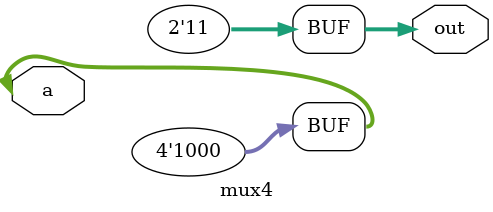
<source format=v>
module mux4(
  input[3:0] a,
  
  output[1:0] out
  //output carry
       );
    assign a=4'b1000;

     assign out= (a==4'b1000)?2'b11:(a==4'b0100)?2'b10:(a==4'b0010)?2'b01:(a==4'b0001)?2'b00:(4'bzzzz);
     
    
   // assign a=99;
    //assign b=99;
    

   
    initial begin
    $monitor(" a=%b  %b  ",$realtime,a,out);
    end
    
endmodule

</source>
